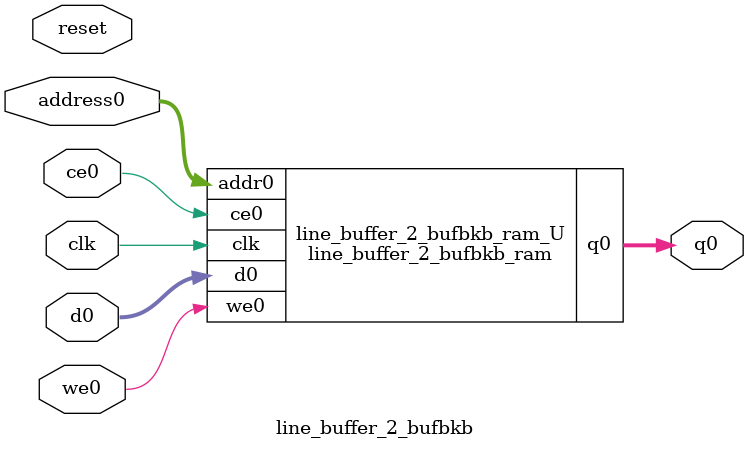
<source format=v>

`timescale 1 ns / 1 ps
module line_buffer_2_bufbkb_ram (addr0, ce0, d0, we0, q0,  clk);

parameter DWIDTH = 16;
parameter AWIDTH = 9;
parameter MEM_SIZE = 384;

input[AWIDTH-1:0] addr0;
input ce0;
input[DWIDTH-1:0] d0;
input we0;
output reg[DWIDTH-1:0] q0;
input clk;

(* ram_style = "block" *)reg [DWIDTH-1:0] ram[0:MEM_SIZE-1];




always @(posedge clk)  
begin 
    if (ce0) 
    begin
        if (we0) 
        begin 
            ram[addr0] <= d0; 
            q0 <= d0;
        end 
        else 
            q0 <= ram[addr0];
    end
end


endmodule


`timescale 1 ns / 1 ps
module line_buffer_2_bufbkb(
    reset,
    clk,
    address0,
    ce0,
    we0,
    d0,
    q0);

parameter DataWidth = 32'd16;
parameter AddressRange = 32'd384;
parameter AddressWidth = 32'd9;
input reset;
input clk;
input[AddressWidth - 1:0] address0;
input ce0;
input we0;
input[DataWidth - 1:0] d0;
output[DataWidth - 1:0] q0;



line_buffer_2_bufbkb_ram line_buffer_2_bufbkb_ram_U(
    .clk( clk ),
    .addr0( address0 ),
    .ce0( ce0 ),
    .d0( d0 ),
    .we0( we0 ),
    .q0( q0 ));

endmodule


</source>
